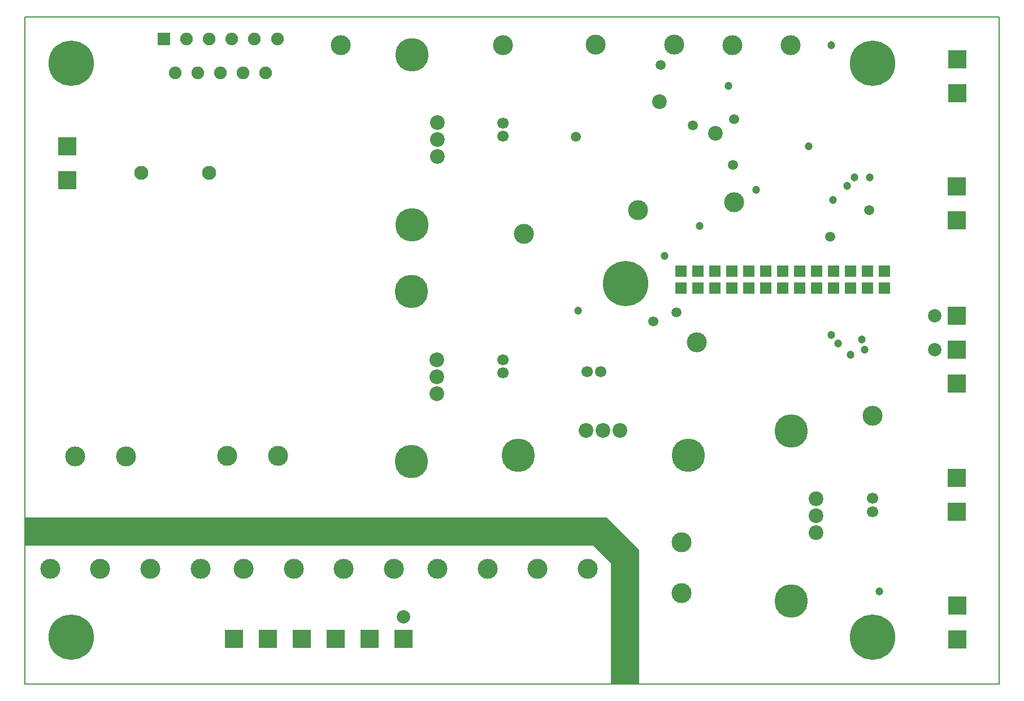
<source format=gbr>
%FSLAX23Y23*%
%MOIN*%
G04 EasyPC Gerber Version 17.0 Build 3379 *
%ADD78R,0.07087X0.07087*%
%ADD79R,0.07480X0.07480*%
%ADD73R,0.11024X0.11024*%
%ADD26C,0.00500*%
%ADD27C,0.04724*%
%ADD82C,0.05906*%
%ADD77C,0.06693*%
%ADD80C,0.07480*%
%ADD74C,0.07874*%
%ADD81C,0.08268*%
%ADD29C,0.08661*%
%ADD75C,0.08661*%
%ADD72C,0.11811*%
%ADD76C,0.19685*%
%ADD28C,0.26772*%
X0Y0D02*
D02*
D26*
X3Y35D02*
X5750D01*
Y3970*
X3*
Y35*
X3625D02*
X3465D01*
Y747*
X3356Y855*
X3*
Y1015*
X3433*
X3625Y823*
Y35*
G36*
X3465*
Y747*
X3356Y855*
X3*
Y1015*
X3433*
X3625Y823*
Y35*
G37*
D02*
D27*
X3267Y2237D03*
X3776Y2561D03*
X3982Y2737D03*
X4155Y3563D03*
X4318Y2950D03*
X4628Y3208D03*
X4759Y2095D03*
Y3803D03*
X4769Y2892D03*
X4801Y2043D03*
X4852Y2975D03*
X4874Y1976D03*
X4897Y3025D03*
X4939Y2067D03*
X4958Y2007D03*
X4988Y3023D03*
X5045Y579D03*
D02*
D28*
X278Y311D03*
Y3696D03*
X3546Y2397D03*
X5003Y311D03*
Y3696D03*
D02*
D29*
X3748Y3469D03*
X4076Y3283D03*
D02*
D72*
X153Y714D03*
X300Y1378D03*
X448Y714D03*
X600Y1378D03*
X744Y714D03*
X1039D03*
X1197Y1381D03*
X1295Y714D03*
X1497Y1381D03*
X1590Y714D03*
X1868Y3803D03*
X1885Y714D03*
X2181D03*
X2437D03*
X2732D03*
X2824Y3803D03*
X2946Y2691D03*
X3027Y714D03*
X3322D03*
X3371Y3807D03*
X3620Y2830D03*
X3834Y3806D03*
X3876Y570D03*
Y870D03*
X3968Y2052D03*
X4177Y3804D03*
X4187Y2878D03*
X4519Y3804D03*
X5005Y1617D03*
D02*
D73*
X252Y3007D03*
Y3207D03*
X1237Y300D03*
X1437D03*
X1637D03*
X1837D03*
X2037D03*
X2237D03*
X5500Y1052D03*
Y1252D03*
Y1808D03*
Y2008D03*
Y2208D03*
Y2772D03*
Y2972D03*
X5502Y296D03*
Y496D03*
Y3520D03*
Y3720D03*
D02*
D74*
X2237Y431D03*
X5369Y2008D03*
X5369Y2208D03*
D02*
D75*
X2435Y1748D03*
Y1848D03*
Y1948D03*
X2436Y3146D03*
Y3246D03*
Y3346D03*
X3315Y1532D03*
X3415D03*
X3515D03*
X4671Y926D03*
Y1026D03*
Y1126D03*
D02*
D76*
X2285Y1346D03*
Y2350D03*
X2286Y2744D03*
Y3748D03*
X2913Y1383D03*
X3917D03*
X4522Y524D03*
Y1528D03*
D02*
D77*
X2822Y1870D03*
Y1948D03*
X2824Y3266D03*
Y3345D03*
X3320Y1878D03*
X3399D03*
X5004Y1051D03*
Y1129D03*
D02*
D78*
X3872Y2372D03*
Y2472D03*
X3972Y2372D03*
Y2472D03*
X4072Y2372D03*
Y2472D03*
X4172Y2372D03*
Y2472D03*
X4272Y2372D03*
Y2472D03*
X4372Y2372D03*
Y2472D03*
X4472Y2372D03*
Y2472D03*
X4572Y2372D03*
Y2472D03*
X4672Y2372D03*
Y2472D03*
X4772Y2372D03*
Y2472D03*
X4872Y2372D03*
Y2472D03*
X4972Y2372D03*
Y2472D03*
X5072Y2372D03*
Y2472D03*
D02*
D79*
X822Y3839D03*
D02*
D80*
X889Y3639D03*
X956Y3839D03*
X1023Y3639D03*
X1090Y3839D03*
X1157Y3639D03*
X1224Y3839D03*
X1291Y3639D03*
X1358Y3839D03*
X1425Y3639D03*
X1492Y3839D03*
D02*
D81*
X689Y3050D03*
X1089D03*
D02*
D82*
X3252Y3263D03*
X3711Y2173D03*
X3753Y3686D03*
X3846Y2227D03*
X3945Y3329D03*
X4179Y3098D03*
X4187Y3366D03*
X4753Y2673D03*
X4985Y2829D03*
X0Y0D02*
M02*

</source>
